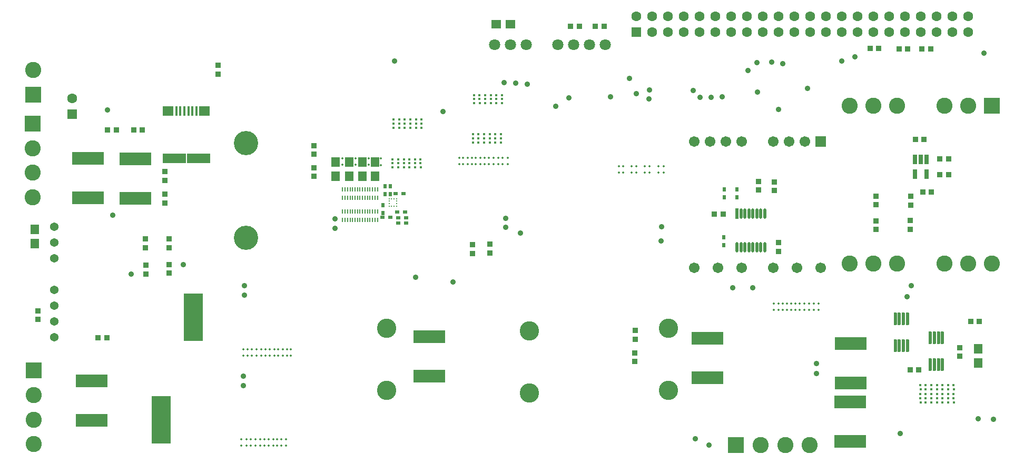
<source format=gbs>
G04 Layer_Color=16711935*
%FSLAX25Y25*%
%MOIN*%
G70*
G01*
G75*
%ADD69C,0.01400*%
%ADD88O,0.00709X0.02756*%
%ADD89R,0.03400X0.03400*%
%ADD90R,0.03400X0.03400*%
%ADD94R,0.02900X0.02400*%
%ADD95R,0.05400X0.06400*%
%ADD96R,0.02400X0.02900*%
%ADD97C,0.01205*%
%ADD100O,0.02008X0.06693*%
%ADD101R,0.02008X0.06693*%
%ADD108R,0.20400X0.07900*%
%ADD113C,0.03550*%
%ADD114C,0.15361*%
%ADD115R,0.06699X0.06699*%
%ADD116C,0.06699*%
%ADD117C,0.06305*%
%ADD118R,0.06305X0.06305*%
%ADD119R,0.10243X0.10243*%
%ADD120C,0.10243*%
%ADD121C,0.00069*%
%ADD122R,0.10243X0.10243*%
%ADD123C,0.12211*%
%ADD124C,0.07093*%
%ADD125R,0.06305X0.06305*%
%ADD126C,0.05400*%
%ADD127R,0.12211X0.29928*%
%ADD128C,0.01600*%
%ADD129R,0.06896X0.05991*%
%ADD130R,0.01778X0.05991*%
%ADD131R,0.14573X0.05991*%
G04:AMPARAMS|DCode=132|XSize=80mil|YSize=23mil|CornerRadius=7.75mil|HoleSize=0mil|Usage=FLASHONLY|Rotation=270.000|XOffset=0mil|YOffset=0mil|HoleType=Round|Shape=RoundedRectangle|*
%AMROUNDEDRECTD132*
21,1,0.08000,0.00750,0,0,270.0*
21,1,0.06450,0.02300,0,0,270.0*
1,1,0.01550,-0.00375,-0.03225*
1,1,0.01550,-0.00375,0.03225*
1,1,0.01550,0.00375,0.03225*
1,1,0.01550,0.00375,-0.03225*
%
%ADD132ROUNDEDRECTD132*%
%ADD133R,0.02600X0.06200*%
%ADD134R,0.06400X0.05400*%
D69*
X277100Y189700D02*
D03*
X277200Y185500D02*
D03*
X227600Y189200D02*
D03*
Y185000D02*
D03*
X170400Y64200D02*
D03*
Y68300D02*
D03*
X140300Y64100D02*
D03*
X143100D02*
D03*
X140300Y68200D02*
D03*
X143100D02*
D03*
X504500Y97200D02*
D03*
X501300D02*
D03*
Y93100D02*
D03*
X479000D02*
D03*
X476100D02*
D03*
Y97200D02*
D03*
X479000D02*
D03*
X481700Y93100D02*
D03*
Y97200D02*
D03*
X484300D02*
D03*
Y93100D02*
D03*
X487200Y97200D02*
D03*
Y93100D02*
D03*
X492600Y97200D02*
D03*
Y93100D02*
D03*
X495400Y97200D02*
D03*
Y93100D02*
D03*
X504500D02*
D03*
X489900D02*
D03*
Y97200D02*
D03*
X498400D02*
D03*
Y93100D02*
D03*
X168192Y64225D02*
D03*
Y68325D02*
D03*
X165292Y64225D02*
D03*
Y68325D02*
D03*
X159992D02*
D03*
Y64225D02*
D03*
X157092Y68325D02*
D03*
Y64225D02*
D03*
X151692Y68325D02*
D03*
X148892D02*
D03*
X151692Y64225D02*
D03*
X148892D02*
D03*
X162592Y68325D02*
D03*
Y64225D02*
D03*
X154392Y68325D02*
D03*
Y64225D02*
D03*
X145892Y68325D02*
D03*
Y64225D02*
D03*
X167492Y11200D02*
D03*
X164592D02*
D03*
X167492Y7100D02*
D03*
X164592D02*
D03*
X159292Y11200D02*
D03*
Y7100D02*
D03*
X156392Y11200D02*
D03*
Y7100D02*
D03*
X150992D02*
D03*
Y11200D02*
D03*
X148192D02*
D03*
Y7100D02*
D03*
X139092Y11200D02*
D03*
X142292D02*
D03*
X139092Y7100D02*
D03*
X142292D02*
D03*
X161892Y11200D02*
D03*
Y7100D02*
D03*
X153692Y11200D02*
D03*
Y7100D02*
D03*
X145192Y11200D02*
D03*
Y7100D02*
D03*
X378000Y184200D02*
D03*
X386200Y180100D02*
D03*
X389100D02*
D03*
X386200Y184200D02*
D03*
X394500Y180100D02*
D03*
X397300D02*
D03*
X394500Y184200D02*
D03*
X397300D02*
D03*
X403200Y180100D02*
D03*
X406400Y184200D02*
D03*
Y180100D02*
D03*
X403200Y184200D02*
D03*
X279400Y185550D02*
D03*
X282300D02*
D03*
X279400Y189650D02*
D03*
X282300D02*
D03*
X287600Y185550D02*
D03*
Y189650D02*
D03*
X290500Y185550D02*
D03*
Y189650D02*
D03*
X295900D02*
D03*
Y185550D02*
D03*
X298700D02*
D03*
Y189650D02*
D03*
X304600Y185550D02*
D03*
X307800D02*
D03*
X304600Y189650D02*
D03*
X307800D02*
D03*
X285000Y185550D02*
D03*
Y189650D02*
D03*
X293200Y185550D02*
D03*
Y189650D02*
D03*
X301700Y185550D02*
D03*
Y189650D02*
D03*
X225300Y185100D02*
D03*
X222400D02*
D03*
X225300Y189200D02*
D03*
X222400D02*
D03*
X217100Y185100D02*
D03*
Y189200D02*
D03*
X214200Y185100D02*
D03*
Y189200D02*
D03*
X208800Y185100D02*
D03*
X206000D02*
D03*
X208800Y189200D02*
D03*
X206000D02*
D03*
X200100Y185100D02*
D03*
X196900D02*
D03*
X200100Y189200D02*
D03*
X196900D02*
D03*
X219700Y185100D02*
D03*
Y189200D02*
D03*
X211500Y185100D02*
D03*
Y189200D02*
D03*
X203000Y185100D02*
D03*
Y189200D02*
D03*
X380900Y184200D02*
D03*
X378000Y180100D02*
D03*
X389100Y184200D02*
D03*
X380900Y180100D02*
D03*
D88*
X223725Y164200D02*
D03*
X225300D02*
D03*
X222150D02*
D03*
X220576D02*
D03*
X219001D02*
D03*
X217426D02*
D03*
X215851D02*
D03*
X214276D02*
D03*
X212702D02*
D03*
X211127D02*
D03*
X209552D02*
D03*
X207977D02*
D03*
X225300Y169436D02*
D03*
X223725D02*
D03*
X222150D02*
D03*
X220576D02*
D03*
X219001D02*
D03*
X217426D02*
D03*
X215851D02*
D03*
X214276D02*
D03*
X212702D02*
D03*
X211127D02*
D03*
X209552D02*
D03*
X207977D02*
D03*
X206402D02*
D03*
X204828D02*
D03*
X203253D02*
D03*
X206402Y164200D02*
D03*
X204828D02*
D03*
X203253D02*
D03*
X223725Y150364D02*
D03*
X225300D02*
D03*
X222150D02*
D03*
X220576D02*
D03*
X219001D02*
D03*
X217426D02*
D03*
X215851D02*
D03*
X214276D02*
D03*
X212702D02*
D03*
X211127D02*
D03*
X209552D02*
D03*
X207977D02*
D03*
X225300Y155600D02*
D03*
X223725D02*
D03*
X222150D02*
D03*
X220576D02*
D03*
X219001D02*
D03*
X217426D02*
D03*
X215851D02*
D03*
X214276D02*
D03*
X212702D02*
D03*
X211127D02*
D03*
X209552D02*
D03*
X207977D02*
D03*
X206402D02*
D03*
X204828D02*
D03*
X203253D02*
D03*
X206402Y150364D02*
D03*
X204828D02*
D03*
X203253D02*
D03*
D89*
X78450Y132699D02*
D03*
Y138199D02*
D03*
X78626Y116050D02*
D03*
Y121550D02*
D03*
X562600Y144300D02*
D03*
Y149800D02*
D03*
X562800Y159600D02*
D03*
Y165100D02*
D03*
X593700Y69300D02*
D03*
Y63800D02*
D03*
X185100Y177800D02*
D03*
Y183300D02*
D03*
X540800Y149700D02*
D03*
Y144200D02*
D03*
Y165400D02*
D03*
Y159900D02*
D03*
X479100Y130400D02*
D03*
Y135900D02*
D03*
X476400Y168900D02*
D03*
Y174400D02*
D03*
X466500Y169100D02*
D03*
Y174600D02*
D03*
X285500Y134500D02*
D03*
Y129000D02*
D03*
X296300Y134800D02*
D03*
Y129300D02*
D03*
X10300Y92600D02*
D03*
Y87100D02*
D03*
X124448Y242700D02*
D03*
Y248200D02*
D03*
X90625Y175275D02*
D03*
Y180775D02*
D03*
Y160975D02*
D03*
Y166475D02*
D03*
X93426Y138150D02*
D03*
Y132650D02*
D03*
Y122050D02*
D03*
Y116550D02*
D03*
X388100Y60500D02*
D03*
Y66000D02*
D03*
X388300Y74700D02*
D03*
Y80200D02*
D03*
X185200Y197300D02*
D03*
Y191800D02*
D03*
D90*
X54500Y207300D02*
D03*
X60000D02*
D03*
X71100D02*
D03*
X76600D02*
D03*
X54100Y75700D02*
D03*
X48600D02*
D03*
X565700Y201325D02*
D03*
X571200D02*
D03*
X575900Y167825D02*
D03*
X570400D02*
D03*
X581200Y188925D02*
D03*
X586700D02*
D03*
X581200Y178925D02*
D03*
X586700D02*
D03*
X444000Y154000D02*
D03*
X438500D02*
D03*
X353000Y273000D02*
D03*
X347500D02*
D03*
X368700D02*
D03*
X363200D02*
D03*
X567900Y55100D02*
D03*
X562400D02*
D03*
X600700Y85800D02*
D03*
X606200D02*
D03*
X537100Y258800D02*
D03*
X542600D02*
D03*
X555300Y258600D02*
D03*
X560800D02*
D03*
X575300Y258700D02*
D03*
X569800D02*
D03*
D94*
X237700Y155400D02*
D03*
X242700D02*
D03*
X241800Y167000D02*
D03*
X236800D02*
D03*
X243400Y151600D02*
D03*
X238400D02*
D03*
X243300Y148300D02*
D03*
X238300D02*
D03*
X228600Y151800D02*
D03*
X233600D02*
D03*
D95*
X198700Y178000D02*
D03*
Y187000D02*
D03*
X207400Y178000D02*
D03*
Y187000D02*
D03*
X215700Y178000D02*
D03*
Y187000D02*
D03*
X223800Y178000D02*
D03*
Y187000D02*
D03*
X8600Y135200D02*
D03*
Y144200D02*
D03*
X605400Y59700D02*
D03*
Y68700D02*
D03*
D96*
X233400Y166700D02*
D03*
Y171700D02*
D03*
X230000Y171600D02*
D03*
Y166600D02*
D03*
X228900Y154700D02*
D03*
Y159700D02*
D03*
X452900Y169600D02*
D03*
Y164600D02*
D03*
X444800Y169700D02*
D03*
Y164700D02*
D03*
X444500Y134100D02*
D03*
Y139100D02*
D03*
D97*
X237362Y163662D02*
D03*
X235787D02*
D03*
X234213Y163662D02*
D03*
X232638D02*
D03*
X237362Y162087D02*
D03*
X232638Y162087D02*
D03*
X237362Y160513D02*
D03*
X232638Y160513D02*
D03*
X237362Y158938D02*
D03*
X235787D02*
D03*
X234213Y158938D02*
D03*
X232638D02*
D03*
D100*
X470350Y133070D02*
D03*
X467850D02*
D03*
X465350D02*
D03*
X462850D02*
D03*
X460350D02*
D03*
X457850D02*
D03*
X455350D02*
D03*
X452850D02*
D03*
X470350Y154330D02*
D03*
X467850D02*
D03*
X465350D02*
D03*
X462850D02*
D03*
X460350D02*
D03*
X457850D02*
D03*
X455350D02*
D03*
D101*
X452850D02*
D03*
D108*
X524600Y34900D02*
D03*
Y9900D02*
D03*
X42000Y189200D02*
D03*
Y164200D02*
D03*
X72000Y189000D02*
D03*
Y164000D02*
D03*
X434100Y75100D02*
D03*
Y50100D02*
D03*
X44300Y48300D02*
D03*
Y23300D02*
D03*
X524800Y71900D02*
D03*
Y46900D02*
D03*
X258200Y76100D02*
D03*
Y51100D02*
D03*
D113*
X556200Y14800D02*
D03*
X426500Y11600D02*
D03*
X435200Y7600D02*
D03*
X563022Y108500D02*
D03*
X560400Y101700D02*
D03*
X527300Y253700D02*
D03*
X459900Y244900D02*
D03*
X465600Y249800D02*
D03*
X474800Y250300D02*
D03*
X481700Y249300D02*
D03*
X519200Y251000D02*
D03*
X479000Y220100D02*
D03*
X465900Y231400D02*
D03*
X443400Y228400D02*
D03*
X436400Y227900D02*
D03*
X429400Y227800D02*
D03*
X425100Y232100D02*
D03*
X397600Y232700D02*
D03*
X397100Y226800D02*
D03*
X372700Y228400D02*
D03*
X384800Y240000D02*
D03*
X346400Y227500D02*
D03*
X338200Y222100D02*
D03*
X605500Y24200D02*
D03*
X54500Y219900D02*
D03*
X69400Y115800D02*
D03*
X102600Y121900D02*
D03*
X249300Y113800D02*
D03*
X615000Y23900D02*
D03*
X389200Y230100D02*
D03*
X236000Y251000D02*
D03*
X57700Y153300D02*
D03*
X273100Y110800D02*
D03*
X320000Y236300D02*
D03*
X315900Y141900D02*
D03*
X609200Y256000D02*
D03*
X497500Y233600D02*
D03*
X305500Y237300D02*
D03*
X266700Y218900D02*
D03*
X312700Y236800D02*
D03*
X198300Y150900D02*
D03*
Y145000D02*
D03*
X405000Y145900D02*
D03*
X404800Y136800D02*
D03*
X503100Y59300D02*
D03*
X141192Y102525D02*
D03*
X140492Y45400D02*
D03*
X306400Y151350D02*
D03*
X503100Y53000D02*
D03*
X141192Y108425D02*
D03*
X140492Y51300D02*
D03*
X306400Y145450D02*
D03*
X462700Y107400D02*
D03*
X450200Y107300D02*
D03*
D114*
X142200Y198821D02*
D03*
Y138979D02*
D03*
D115*
X505900Y199900D02*
D03*
D116*
X495900D02*
D03*
X485900D02*
D03*
X475900D02*
D03*
X455900D02*
D03*
X445900D02*
D03*
X435900D02*
D03*
X425900D02*
D03*
X505900Y119900D02*
D03*
X490900D02*
D03*
X475900D02*
D03*
X455900D02*
D03*
X440900D02*
D03*
X425900D02*
D03*
D117*
X599100Y279400D02*
D03*
Y269400D02*
D03*
X589100Y279400D02*
D03*
Y269400D02*
D03*
X579100Y279400D02*
D03*
Y269400D02*
D03*
X569100Y279400D02*
D03*
Y269400D02*
D03*
X559100Y279400D02*
D03*
Y269400D02*
D03*
X549100Y279400D02*
D03*
Y269400D02*
D03*
X539100Y279400D02*
D03*
Y269400D02*
D03*
X529100Y279400D02*
D03*
Y269400D02*
D03*
X519100Y279400D02*
D03*
Y269400D02*
D03*
X509100Y279400D02*
D03*
Y269400D02*
D03*
X499100Y279400D02*
D03*
Y269400D02*
D03*
X489100Y279400D02*
D03*
Y269400D02*
D03*
X479100Y279400D02*
D03*
Y269400D02*
D03*
X469100Y279400D02*
D03*
Y269400D02*
D03*
X459100Y279400D02*
D03*
Y269400D02*
D03*
X449100Y279400D02*
D03*
Y269400D02*
D03*
X439100Y279400D02*
D03*
Y269400D02*
D03*
X429100Y279400D02*
D03*
Y269400D02*
D03*
X419100Y279400D02*
D03*
Y269400D02*
D03*
X409100Y279400D02*
D03*
Y269400D02*
D03*
X399100D02*
D03*
X389100Y279400D02*
D03*
X399100D02*
D03*
X32200Y227200D02*
D03*
D118*
X389100Y269400D02*
D03*
D119*
X7000Y211286D02*
D03*
X614000Y222600D02*
D03*
X7400Y229700D02*
D03*
X7700Y54886D02*
D03*
D120*
X7000Y164514D02*
D03*
Y195695D02*
D03*
Y180105D02*
D03*
X524000Y122600D02*
D03*
X539000D02*
D03*
X554000D02*
D03*
X584000D02*
D03*
X599000D02*
D03*
X614000D02*
D03*
X524000Y222600D02*
D03*
X539000D02*
D03*
X554000D02*
D03*
X584000D02*
D03*
X599000D02*
D03*
X7400Y245290D02*
D03*
X498886Y7700D02*
D03*
X467705D02*
D03*
X483295D02*
D03*
X7700Y8114D02*
D03*
Y39295D02*
D03*
Y23705D02*
D03*
D121*
X84448Y260600D02*
D03*
X88779D02*
D03*
X84448Y255482D02*
D03*
X88779D02*
D03*
Y265718D02*
D03*
X84448D02*
D03*
Y250364D02*
D03*
X88779D02*
D03*
D122*
X452114Y7700D02*
D03*
D123*
X409600Y81570D02*
D03*
Y42200D02*
D03*
X231000Y81700D02*
D03*
Y42330D02*
D03*
X321600Y40500D02*
D03*
Y79870D02*
D03*
D124*
X299400Y261400D02*
D03*
X309400D02*
D03*
X319400D02*
D03*
X359400D02*
D03*
X369400D02*
D03*
X349400D02*
D03*
X339400D02*
D03*
D125*
X32200Y217200D02*
D03*
D126*
X20900Y105800D02*
D03*
Y85800D02*
D03*
Y75800D02*
D03*
Y95800D02*
D03*
Y125800D02*
D03*
Y135800D02*
D03*
Y145800D02*
D03*
D127*
X108895Y88700D02*
D03*
X88305Y23700D02*
D03*
D128*
X234900Y188700D02*
D03*
X238440D02*
D03*
X241980D02*
D03*
X245520D02*
D03*
X249060D02*
D03*
X252600D02*
D03*
X234900Y186200D02*
D03*
X238440D02*
D03*
X241980D02*
D03*
X245520D02*
D03*
X249060D02*
D03*
X252600D02*
D03*
X252620Y183500D02*
D03*
X249080D02*
D03*
X245540D02*
D03*
X242000D02*
D03*
X238460D02*
D03*
X234920D02*
D03*
X286420Y224100D02*
D03*
X289960D02*
D03*
X293500D02*
D03*
X297040D02*
D03*
X300580D02*
D03*
X304120D02*
D03*
X304100Y226800D02*
D03*
X300560D02*
D03*
X297020D02*
D03*
X293480D02*
D03*
X289940D02*
D03*
X286400D02*
D03*
X304100Y229300D02*
D03*
X300560D02*
D03*
X297020D02*
D03*
X293480D02*
D03*
X289940D02*
D03*
X286400D02*
D03*
X235520Y208700D02*
D03*
X239060D02*
D03*
X242600D02*
D03*
X246140D02*
D03*
X249680D02*
D03*
X253220D02*
D03*
X253200Y211400D02*
D03*
X249660D02*
D03*
X246120D02*
D03*
X242580D02*
D03*
X239040D02*
D03*
X235500D02*
D03*
X253200Y213900D02*
D03*
X249660D02*
D03*
X246120D02*
D03*
X242580D02*
D03*
X239040D02*
D03*
X235500D02*
D03*
X63400Y166800D02*
D03*
X66940D02*
D03*
X70480D02*
D03*
X74020D02*
D03*
X77560D02*
D03*
X81100D02*
D03*
X63400Y164300D02*
D03*
X66940D02*
D03*
X70480D02*
D03*
X74020D02*
D03*
X77560D02*
D03*
X81100D02*
D03*
X81120Y161600D02*
D03*
X77580D02*
D03*
X74040D02*
D03*
X70500D02*
D03*
X66960D02*
D03*
X63420D02*
D03*
X63500Y191800D02*
D03*
X67040D02*
D03*
X70580D02*
D03*
X74120D02*
D03*
X77660D02*
D03*
X81200D02*
D03*
X63500Y189300D02*
D03*
X67040D02*
D03*
X70580D02*
D03*
X74120D02*
D03*
X77660D02*
D03*
X81200D02*
D03*
X81220Y186600D02*
D03*
X77680D02*
D03*
X74140D02*
D03*
X70600D02*
D03*
X67060D02*
D03*
X63520D02*
D03*
X515980Y74600D02*
D03*
X519520D02*
D03*
X523060D02*
D03*
X526600D02*
D03*
X530140D02*
D03*
X533680D02*
D03*
X515980Y72100D02*
D03*
X519520D02*
D03*
X523060D02*
D03*
X526600D02*
D03*
X530140D02*
D03*
X533680D02*
D03*
X533700Y69400D02*
D03*
X530160D02*
D03*
X526620D02*
D03*
X523080D02*
D03*
X519540D02*
D03*
X516000D02*
D03*
X568940Y39900D02*
D03*
Y37400D02*
D03*
X568960Y34700D02*
D03*
X568940Y45700D02*
D03*
X568960Y43000D02*
D03*
X572260Y42900D02*
D03*
X575800D02*
D03*
X579340D02*
D03*
X582880D02*
D03*
X586420D02*
D03*
X589960D02*
D03*
X589940Y45600D02*
D03*
X586400D02*
D03*
X582860D02*
D03*
X579320D02*
D03*
X575780D02*
D03*
X572240D02*
D03*
X572260Y34600D02*
D03*
X575800D02*
D03*
X579340D02*
D03*
X582880D02*
D03*
X586420D02*
D03*
X589960D02*
D03*
X589940Y37300D02*
D03*
X586400D02*
D03*
X582860D02*
D03*
X579320D02*
D03*
X575780D02*
D03*
X572240D02*
D03*
X586400Y39800D02*
D03*
X582860D02*
D03*
X579320D02*
D03*
X575780D02*
D03*
X572240D02*
D03*
X589940D02*
D03*
X33100Y161500D02*
D03*
X36640D02*
D03*
X40180D02*
D03*
X43720D02*
D03*
X47260D02*
D03*
X50800D02*
D03*
X50780Y164200D02*
D03*
X47240D02*
D03*
X43700D02*
D03*
X40160D02*
D03*
X36620D02*
D03*
X33080D02*
D03*
X50780Y166700D02*
D03*
X47240D02*
D03*
X43700D02*
D03*
X40160D02*
D03*
X36620D02*
D03*
X33080D02*
D03*
X33300Y186600D02*
D03*
X36840D02*
D03*
X40380D02*
D03*
X43920D02*
D03*
X47460D02*
D03*
X51000D02*
D03*
X50980Y189300D02*
D03*
X47440D02*
D03*
X43900D02*
D03*
X40360D02*
D03*
X36820D02*
D03*
X33280D02*
D03*
X50980Y191800D02*
D03*
X47440D02*
D03*
X43900D02*
D03*
X40360D02*
D03*
X36820D02*
D03*
X33280D02*
D03*
X35500Y25600D02*
D03*
X39040D02*
D03*
X42580D02*
D03*
X46120D02*
D03*
X49660D02*
D03*
X53200D02*
D03*
X35500Y23100D02*
D03*
X39040D02*
D03*
X42580D02*
D03*
X46120D02*
D03*
X49660D02*
D03*
X53200D02*
D03*
X53220Y20400D02*
D03*
X49680D02*
D03*
X46140D02*
D03*
X42600D02*
D03*
X39060D02*
D03*
X35520D02*
D03*
X35500Y50900D02*
D03*
X39040D02*
D03*
X42580D02*
D03*
X46120D02*
D03*
X49660D02*
D03*
X53200D02*
D03*
X35500Y48400D02*
D03*
X39040D02*
D03*
X42580D02*
D03*
X46120D02*
D03*
X49660D02*
D03*
X53200D02*
D03*
X53220Y45700D02*
D03*
X49680D02*
D03*
X46140D02*
D03*
X42600D02*
D03*
X39060D02*
D03*
X35520D02*
D03*
X285700Y204500D02*
D03*
X289240D02*
D03*
X292780D02*
D03*
X296320D02*
D03*
X299860D02*
D03*
X303400D02*
D03*
X285700Y202000D02*
D03*
X289240D02*
D03*
X292780D02*
D03*
X296320D02*
D03*
X299860D02*
D03*
X303400D02*
D03*
X303420Y199300D02*
D03*
X299880D02*
D03*
X296340D02*
D03*
X292800D02*
D03*
X289260D02*
D03*
X285720D02*
D03*
X515920Y44300D02*
D03*
X519460D02*
D03*
X523000D02*
D03*
X526540D02*
D03*
X530080D02*
D03*
X533620D02*
D03*
X533600Y47000D02*
D03*
X530060D02*
D03*
X526520D02*
D03*
X522980D02*
D03*
X519440D02*
D03*
X515900D02*
D03*
X533600Y49500D02*
D03*
X530060D02*
D03*
X526520D02*
D03*
X522980D02*
D03*
X519440D02*
D03*
X515900D02*
D03*
X516120Y32300D02*
D03*
X519660D02*
D03*
X523200D02*
D03*
X526740D02*
D03*
X530280D02*
D03*
X533820D02*
D03*
X533800Y35000D02*
D03*
X530260D02*
D03*
X526720D02*
D03*
X523180D02*
D03*
X519640D02*
D03*
X516100D02*
D03*
X533800Y37500D02*
D03*
X530260D02*
D03*
X526720D02*
D03*
X523180D02*
D03*
X519640D02*
D03*
X516100D02*
D03*
X515820Y7300D02*
D03*
X519360D02*
D03*
X522900D02*
D03*
X526440D02*
D03*
X529980D02*
D03*
X533520D02*
D03*
X533500Y10000D02*
D03*
X529960D02*
D03*
X526420D02*
D03*
X522880D02*
D03*
X519340D02*
D03*
X515800D02*
D03*
X533500Y12500D02*
D03*
X529960D02*
D03*
X526420D02*
D03*
X522880D02*
D03*
X519340D02*
D03*
X515800D02*
D03*
D129*
X92884Y219100D02*
D03*
X115916D02*
D03*
D130*
X100561D02*
D03*
X103121D02*
D03*
X105680D02*
D03*
X108239D02*
D03*
X110798D02*
D03*
X98002D02*
D03*
D131*
X96723Y189100D02*
D03*
X112077D02*
D03*
D132*
X552961Y70500D02*
D03*
X555520D02*
D03*
X558079D02*
D03*
X560639D02*
D03*
Y87500D02*
D03*
X558079D02*
D03*
X555520D02*
D03*
X552961D02*
D03*
X582838Y75700D02*
D03*
X580279D02*
D03*
X577720D02*
D03*
X575161D02*
D03*
Y58700D02*
D03*
X577720D02*
D03*
X580279D02*
D03*
X582838D02*
D03*
D133*
X565460Y179225D02*
D03*
X572940D02*
D03*
Y188625D02*
D03*
X569200D02*
D03*
X565460D02*
D03*
D134*
X300300Y274200D02*
D03*
X309300D02*
D03*
M02*

</source>
